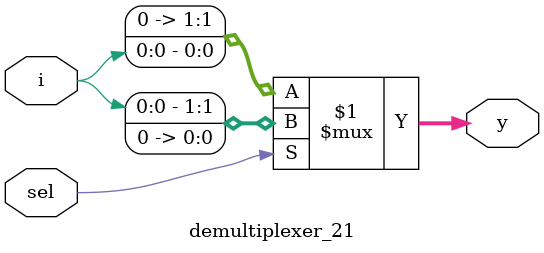
<source format=v>
`timescale 1ns / 1ps


module demultiplexer_21(
input i,sel,
output [1:0]y   
);

assign {y[1],y[0]}=sel?{i,1'b0}:{1'b0 ,i} ;
endmodule

</source>
